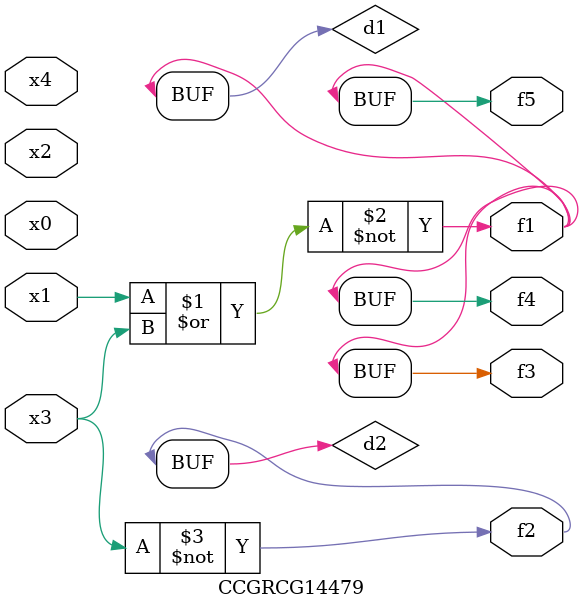
<source format=v>
module CCGRCG14479(
	input x0, x1, x2, x3, x4,
	output f1, f2, f3, f4, f5
);

	wire d1, d2;

	nor (d1, x1, x3);
	not (d2, x3);
	assign f1 = d1;
	assign f2 = d2;
	assign f3 = d1;
	assign f4 = d1;
	assign f5 = d1;
endmodule

</source>
